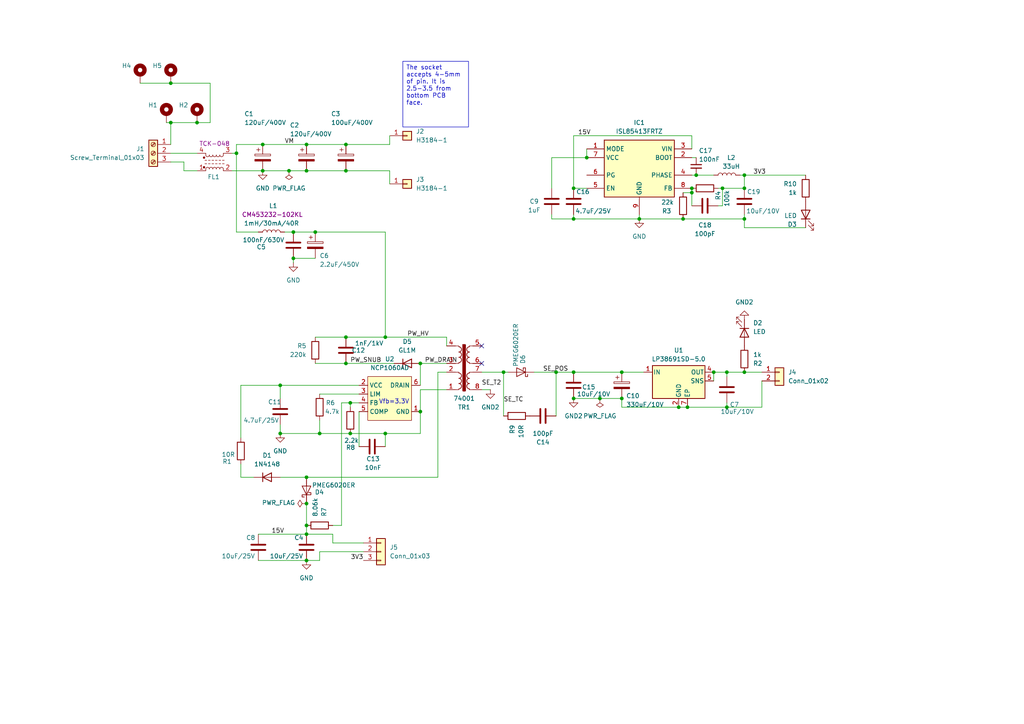
<source format=kicad_sch>
(kicad_sch (version 20231120) (generator "eeschema") (generator_version "8.0")
  (paper "A4")
  (title_block (date "2024-11-25") (rev "A"))
  (lib_symbols
    (symbol "Connector:Screw_Terminal_01x03" (pin_names (offset 1.016) hide)
      (property "Reference" "J" (at 0 5.08 0))
      (property "Value" "Screw_Terminal_01x03" (at 0 -5.08 0))
      (symbol "Screw_Terminal_01x03_1_1"
        (rectangle (start -1.27 3.81) (end 1.27 -3.81) (stroke (width 0.254)) (fill (type background)))
        (circle (center 0 -2.54) (radius 0.635) (stroke (width 0.1524)))
        (polyline (pts (xy -0.5334 -2.2098) (xy 0.3302 -3.048)) (stroke (width 0.1524)))
        (polyline (pts (xy -0.5334 0.3302) (xy 0.3302 -0.508)) (stroke (width 0.1524)))
        (polyline (pts (xy -0.5334 2.8702) (xy 0.3302 2.032)) (stroke (width 0.1524)))
        (polyline (pts (xy -0.3556 -2.032) (xy 0.508 -2.8702)) (stroke (width 0.1524)))
        (polyline (pts (xy -0.3556 0.508) (xy 0.508 -0.3302)) (stroke (width 0.1524)))
        (polyline (pts (xy -0.3556 3.048) (xy 0.508 2.2098)) (stroke (width 0.1524)))
        (circle (center 0 0) (radius 0.635) (stroke (width 0.1524)))
        (circle (center 0 2.54) (radius 0.635) (stroke (width 0.1524)))
        (pin passive line (at -5.08 2.54 0) (length 3.81) (name "Pin_1") (number "1"))
        (pin passive line (at -5.08 0 0) (length 3.81) (name "Pin_2") (number "2"))
        (pin passive line (at -5.08 -2.54 0) (length 3.81) (name "Pin_3") (number "3"))
      )
    )
    (symbol "Connector_Generic:Conn_01x01" (pin_names (offset 1.016) hide)
      (property "Reference" "J" (at 0 2.54 0))
      (property "Value" "Conn_01x01" (at 0 -2.54 0))
      (symbol "Conn_01x01_1_1"
        (rectangle (start -1.27 0.127) (end 0 -0.127) (stroke (width 0.1524)))
        (rectangle (start -1.27 1.27) (end 1.27 -1.27) (stroke (width 0.254)) (fill (type background)))
        (pin passive line (at -5.08 0 0) (length 3.81) (name "Pin_1") (number "1"))
      )
    )
    (symbol "Connector_Generic:Conn_01x02" (pin_names (offset 1.016) hide)
      (property "Reference" "J" (at 0 2.54 0))
      (property "Value" "Conn_01x02" (at 0 -5.08 0))
      (symbol "Conn_01x02_1_1"
        (rectangle (start -1.27 -2.413) (end 0 -2.667) (stroke (width 0.1524)))
        (rectangle (start -1.27 0.127) (end 0 -0.127) (stroke (width 0.1524)))
        (rectangle (start -1.27 1.27) (end 1.27 -3.81) (stroke (width 0.254)) (fill (type background)))
        (pin passive line (at -5.08 0 0) (length 3.81) (name "Pin_1") (number "1"))
        (pin passive line (at -5.08 -2.54 0) (length 3.81) (name "Pin_2") (number "2"))
      )
    )
    (symbol "Connector_Generic:Conn_01x03" (pin_names (offset 1.016) hide)
      (property "Reference" "J" (at 0 5.08 0))
      (property "Value" "Conn_01x03" (at 0 -5.08 0))
      (symbol "Conn_01x03_1_1"
        (rectangle (start -1.27 -2.413) (end 0 -2.667) (stroke (width 0.1524)))
        (rectangle (start -1.27 0.127) (end 0 -0.127) (stroke (width 0.1524)))
        (rectangle (start -1.27 2.667) (end 0 2.413) (stroke (width 0.1524)))
        (rectangle (start -1.27 3.81) (end 1.27 -3.81) (stroke (width 0.254)) (fill (type background)))
        (pin passive line (at -5.08 2.54 0) (length 3.81) (name "Pin_1") (number "1"))
        (pin passive line (at -5.08 0 0) (length 3.81) (name "Pin_2") (number "2"))
        (pin passive line (at -5.08 -2.54 0) (length 3.81) (name "Pin_3") (number "3"))
      )
    )
    (symbol "Device:C" (pin_numbers hide) (pin_names (offset 0.254))
      (property "Reference" "C" (at 0.635 2.54 0))
      (property "Value" "C" (at 0.635 -2.54 0))
      (symbol "C_0_1"
        (polyline (pts (xy -2.032 -0.762) (xy 2.032 -0.762)) (stroke (width 0.508)))
        (polyline (pts (xy -2.032 0.762) (xy 2.032 0.762)) (stroke (width 0.508)))
      )
      (symbol "C_1_1"
        (pin passive line (at 0 3.81 270) (length 2.794) (name "~") (number "1"))
        (pin passive line (at 0 -3.81 90) (length 2.794) (name "~") (number "2"))
      )
    )
    (symbol "Device:C_Polarized" (pin_numbers hide) (pin_names (offset 0.254))
      (property "Reference" "C" (at 0.635 2.54 0))
      (property "Value" "C_Polarized" (at 0.635 -2.54 0))
      (symbol "C_Polarized_0_1"
        (rectangle (start -2.286 0.508) (end 2.286 1.016))
        (polyline (pts (xy -1.778 2.286) (xy -0.762 2.286)))
        (polyline (pts (xy -1.27 2.794) (xy -1.27 1.778)))
        (rectangle (start 2.286 -0.508) (end -2.286 -1.016) (fill (type outline)))
      )
      (symbol "C_Polarized_1_1"
        (pin passive line (at 0 3.81 270) (length 2.794) (name "~") (number "1"))
        (pin passive line (at 0 -3.81 90) (length 2.794) (name "~") (number "2"))
      )
    )
    (symbol "Device:C_Small" (pin_numbers hide) (pin_names (offset 0.254) hide)
      (property "Reference" "C" (at 0.254 1.778 0))
      (property "Value" "C_Small" (at 0.254 -2.032 0))
      (symbol "C_Small_0_1"
        (polyline (pts (xy -1.524 -0.508) (xy 1.524 -0.508)) (stroke (width 0.3302)))
        (polyline (pts (xy -1.524 0.508) (xy 1.524 0.508)) (stroke (width 0.3048)))
      )
      (symbol "C_Small_1_1"
        (pin passive line (at 0 2.54 270) (length 2.032) (name "~") (number "1"))
        (pin passive line (at 0 -2.54 90) (length 2.032) (name "~") (number "2"))
      )
    )
    (symbol "Device:D" (pin_numbers hide) (pin_names (offset 1.016) hide)
      (property "Reference" "D" (at 0 2.54 0))
      (property "Value" "D" (at 0 -2.54 0))
      (symbol "D_0_1"
        (polyline (pts (xy -1.27 1.27) (xy -1.27 -1.27)) (stroke (width 0.254)))
        (polyline (pts (xy 1.27 0) (xy -1.27 0)))
        (polyline (pts (xy 1.27 1.27) (xy 1.27 -1.27) (xy -1.27 0) (xy 1.27 1.27)) (stroke (width 0.254)))
      )
      (symbol "D_1_1"
        (pin passive line (at -3.81 0 0) (length 2.54) (name "K") (number "1"))
        (pin passive line (at 3.81 0 180) (length 2.54) (name "A") (number "2"))
      )
    )
    (symbol "Device:L" (pin_numbers hide) (pin_names (offset 1.016) hide)
      (property "Reference" "L" (at -1.27 0 90))
      (property "Value" "L" (at 1.905 0 90))
      (symbol "L_0_1"
        (arc (start 0 -2.54) (mid 0.6323 -1.905) (end 0 -1.27))
        (arc (start 0 -1.27) (mid 0.6323 -0.635) (end 0 0))
        (arc (start 0 0) (mid 0.6323 0.635) (end 0 1.27))
        (arc (start 0 1.27) (mid 0.6323 1.905) (end 0 2.54))
      )
      (symbol "L_1_1"
        (pin passive line (at 0 3.81 270) (length 1.27) (name "1") (number "1"))
        (pin passive line (at 0 -3.81 90) (length 1.27) (name "2") (number "2"))
      )
    )
    (symbol "Device:LED" (pin_numbers hide) (pin_names (offset 1.016) hide)
      (property "Reference" "D" (at 0 2.54 0))
      (property "Value" "LED" (at 0 -2.54 0))
      (symbol "LED_0_1"
        (polyline (pts (xy -1.27 -1.27) (xy -1.27 1.27)) (stroke (width 0.254)))
        (polyline (pts (xy -1.27 0) (xy 1.27 0)))
        (polyline (pts (xy 1.27 -1.27) (xy 1.27 1.27) (xy -1.27 0) (xy 1.27 -1.27)) (stroke (width 0.254)))
        (polyline (pts (xy -3.048 -0.762) (xy -4.572 -2.286) (xy -3.81 -2.286) (xy -4.572 -2.286) (xy -4.572 -1.524)))
        (polyline (pts (xy -1.778 -0.762) (xy -3.302 -2.286) (xy -2.54 -2.286) (xy -3.302 -2.286) (xy -3.302 -1.524)))
      )
      (symbol "LED_1_1"
        (pin passive line (at -3.81 0 0) (length 2.54) (name "K") (number "1"))
        (pin passive line (at 3.81 0 180) (length 2.54) (name "A") (number "2"))
      )
    )
    (symbol "Device:L_Ferrite_Coupled_1243" (pin_names (offset 0.254) hide)
      (property "Reference" "L" (at 0 4.445 0))
      (property "Value" "L_Ferrite_Coupled_1243" (at 0 -4.445 0))
      (symbol "L_Ferrite_Coupled_1243_0_1"
        (circle (center -3.048 -1.27) (radius 0.254) (fill (type outline)))
        (circle (center -3.048 1.524) (radius 0.254) (fill (type outline)))
        (arc (start -2.54 2.032) (mid -2.032 1.5262) (end -1.524 2.032))
        (arc (start -1.524 -2.032) (mid -2.032 -1.5262) (end -2.54 -2.032))
        (arc (start -1.524 2.032) (mid -1.016 1.5262) (end -0.508 2.032))
        (arc (start -0.508 -2.032) (mid -1.016 -1.5262) (end -1.524 -2.032))
        (arc (start -0.508 2.032) (mid 0 1.5262) (end 0.508 2.032))
        (polyline (pts (xy -2.794 -0.508) (xy -2.286 -0.508)))
        (polyline (pts (xy -2.794 0.508) (xy -2.286 0.508)))
        (polyline (pts (xy -2.54 -2.032) (xy -2.54 -2.54)))
        (polyline (pts (xy -2.54 2.032) (xy -2.54 2.54)))
        (polyline (pts (xy -1.778 -0.508) (xy -1.27 -0.508)))
        (polyline (pts (xy -1.778 0.508) (xy -1.27 0.508)))
        (polyline (pts (xy -0.762 -0.508) (xy -0.254 -0.508)))
        (polyline (pts (xy -0.762 0.508) (xy -0.254 0.508)))
        (polyline (pts (xy 0.254 -0.508) (xy 0.762 -0.508)))
        (polyline (pts (xy 0.254 0.508) (xy 0.762 0.508)))
        (polyline (pts (xy 1.27 -0.508) (xy 1.778 -0.508)))
        (polyline (pts (xy 1.27 0.508) (xy 1.778 0.508)))
        (polyline (pts (xy 2.286 -0.508) (xy 2.794 -0.508)))
        (polyline (pts (xy 2.286 0.508) (xy 2.794 0.508)))
        (polyline (pts (xy 2.54 -2.032) (xy 2.54 -2.54)))
        (polyline (pts (xy 2.54 2.54) (xy 2.54 2.032)))
        (arc (start 0.508 -2.032) (mid 0 -1.5262) (end -0.508 -2.032))
        (arc (start 0.508 2.032) (mid 1.016 1.5262) (end 1.524 2.032))
        (arc (start 1.524 -2.032) (mid 1.016 -1.5262) (end 0.508 -2.032))
        (arc (start 1.524 2.032) (mid 2.032 1.5262) (end 2.54 2.032))
        (arc (start 2.54 -2.032) (mid 2.032 -1.5262) (end 1.524 -2.032))
      )
      (symbol "L_Ferrite_Coupled_1243_1_1"
        (pin passive line (at -5.08 2.54 0) (length 2.54) (name "1") (number "1"))
        (pin passive line (at 5.08 2.54 180) (length 2.54) (name "2") (number "2"))
        (pin passive line (at 5.08 -2.54 180) (length 2.54) (name "3") (number "3"))
        (pin passive line (at -5.08 -2.54 0) (length 2.54) (name "4") (number "4"))
      )
    )
    (symbol "Device:R" (pin_numbers hide) (pin_names (offset 0))
      (property "Reference" "R" (at 2.032 0 90))
      (property "Value" "R" (at 0 0 90))
      (symbol "R_0_1"
        (rectangle (start -1.016 -2.54) (end 1.016 2.54) (stroke (width 0.254)))
      )
      (symbol "R_1_1"
        (pin passive line (at 0 3.81 270) (length 1.27) (name "~") (number "1"))
        (pin passive line (at 0 -3.81 90) (length 1.27) (name "~") (number "2"))
      )
    )
    (symbol "Diode:PMEG2010AEH" (pin_numbers hide) (pin_names hide)
      (property "Reference" "D" (at 0 2.54 0))
      (property "Value" "PMEG2010AEH" (at 0 -2.54 0))
      (symbol "PMEG2010AEH_0_1"
        (polyline (pts (xy 1.27 0) (xy -1.27 0)))
        (polyline (pts (xy 1.27 1.27) (xy 1.27 -1.27) (xy -1.27 0) (xy 1.27 1.27)) (stroke (width 0.2032)))
        (polyline (pts (xy -1.905 0.635) (xy -1.905 1.27) (xy -1.27 1.27) (xy -1.27 -1.27) (xy -0.635 -1.27) (xy -0.635 -0.635)) (stroke (width 0.2032)))
      )
      (symbol "PMEG2010AEH_1_1"
        (pin passive line (at -3.81 0 0) (length 2.54) (name "K") (number "1"))
        (pin passive line (at 3.81 0 180) (length 2.54) (name "A") (number "2"))
      )
    )
    (symbol "EAX:ISL85413FRTZ"
      (property "Reference" "IC" (at 26.67 7.62 0))
      (property "Value" "ISL85413FRTZ" (at 26.67 5.08 0))
      (symbol "ISL85413FRTZ_1_1"
        (rectangle (start 5.08 2.54) (end 25.4 -13.97) (stroke (width 0.254)) (fill (type background)))
        (pin input line (at 0 0 0) (length 5.08) (name "MODE") (number "1"))
        (pin passive line (at 30.48 -2.54 180) (length 5.08) (name "BOOT") (number "2"))
        (pin power_in line (at 30.48 0 180) (length 5.08) (name "VIN") (number "3"))
        (pin passive line (at 30.48 -7.62 180) (length 5.08) (name "PHASE") (number "4"))
        (pin input line (at 0 -11.43 0) (length 5.08) (name "EN") (number "5"))
        (pin output line (at 0 -7.62 0) (length 5.08) (name "PG") (number "6"))
        (pin passive line (at 0 -2.54 0) (length 5.08) (name "VCC") (number "7"))
        (pin input line (at 30.48 -11.43 180) (length 5.08) (name "FB") (number "8"))
        (pin power_in line (at 15.24 -19.05 90) (length 5.08) (name "GND") (number "9"))
      )
    )
    (symbol "EAX:NCP1060AD"
      (property "Reference" "U" (at -5.588 8.382 0))
      (property "Value" "NCP1060AD" (at -0.508 6.35 0))
      (symbol "NCP1060AD_1_1"
        (rectangle (start -6.35 5.08) (end 6.35 -7.62) (fill (type background)))
        (pin power_in line (at 8.89 -5.08 180) (length 2.54) (name "GND") (number "1"))
        (pin output line (at 8.89 2.54 180) (length 2.54) hide (name "DRAIN") (number "10"))
        (pin passive line (at -8.89 2.54 0) (length 2.54) (name "VCC") (number "2"))
        (pin passive line (at -8.89 0 0) (length 2.54) (name "LIM") (number "3"))
        (pin passive line (at -8.89 -2.54 0) (length 2.54) (name "FB") (number "4"))
        (pin passive line (at -8.89 -5.08 0) (length 2.54) (name "COMP") (number "5"))
        (pin output line (at 8.89 2.54 180) (length 2.54) (name "DRAIN") (number "6"))
        (pin output line (at 8.89 2.54 180) (length 2.54) hide (name "DRAIN") (number "7"))
        (pin output line (at 8.89 2.54 180) (length 2.54) hide (name "DRAIN") (number "8"))
        (pin output line (at 8.89 2.54 180) (length 2.54) hide (name "DRAIN") (number "9"))
      )
    )
    (symbol "Mechanical:MountingHole_Pad" (pin_numbers hide) (pin_names (offset 1.016) hide) (exclude_from_sim yes) (in_bom no)
      (property "Reference" "H" (at 0 6.35 0))
      (property "Value" "MountingHole_Pad" (at 0 4.445 0))
      (symbol "MountingHole_Pad_0_1"
        (circle (center 0 1.27) (radius 1.27) (stroke (width 1.27)))
      )
      (symbol "MountingHole_Pad_1_1"
        (pin input line (at 0 -2.54 90) (length 2.54) (name "1") (number "1"))
      )
    )
    (symbol "Regulator_Linear:LP38691SD-5.0" (pin_names (offset 0.254))
      (property "Reference" "U" (at -6.35 5.715 0))
      (property "Value" "LP38691SD-5.0" (at 0 5.715 0))
      (symbol "LP38691SD-5.0_0_1"
        (rectangle (start -7.62 -5.08) (end 7.62 4.445) (stroke (width 0.254)) (fill (type background)))
      )
      (symbol "LP38691SD-5.0_1_1"
        (pin power_in line (at -10.16 2.54 0) (length 2.54) (name "IN") (number "1"))
        (pin power_in line (at 0 -7.62 90) (length 2.54) (name "GND") (number "2"))
        (pin no_connect line (at -7.62 0 0) (length 2.54) hide (name "NC") (number "3"))
        (pin power_out line (at 10.16 2.54 180) (length 2.54) (name "OUT") (number "4"))
        (pin input line (at 10.16 0 180) (length 2.54) (name "SNS") (number "5"))
        (pin passive line (at -10.16 2.54 0) (length 2.54) hide (name "IN") (number "6"))
        (pin passive line (at 2.54 -7.62 90) (length 2.54) (name "EP") (number "7"))
      )
    )
    (symbol "TRANSF6_1" (pin_names (offset 0))
      (property "Reference" "TR2" (at 0 12.7 0))
      (property "Value" "TRANSF6" (at 0 10.16 0))
      (symbol "TRANSF6_1_0_1"
        (arc (start -1.524 -4.826) (mid -0.7653 -4.064) (end -1.524 -3.302) (stroke (width 0.2032)))
        (arc (start -1.524 -3.302) (mid -0.7653 -2.54) (end -1.524 -1.778) (stroke (width 0.2032)))
        (arc (start -1.524 -1.778) (mid -0.7653 -1.016) (end -1.524 -0.254) (stroke (width 0.2032)))
        (arc (start -1.524 2.794) (mid -0.7653 3.556) (end -1.524 4.318) (stroke (width 0.2032)))
        (arc (start -1.524 4.318) (mid -0.7653 5.08) (end -1.524 5.842) (stroke (width 0.2032)))
        (arc (start -1.524 5.842) (mid -0.7653 6.604) (end -1.524 7.366) (stroke (width 0.2032)))
        (rectangle (start -0.254 7.874) (end 0.254 -5.334) (stroke (width 0.508)) (fill (type outline)))
        (polyline (pts (xy 1.524 -4.826) (xy 1.524 -5.08) (xy 1.524 -5.08)) (fill (type outline)))
        (polyline (pts (xy 1.524 0) (xy 1.524 -0.254) (xy 1.524 -0.254)) (fill (type outline)))
        (polyline (pts (xy 1.524 0) (xy 2.54 0) (xy 2.54 0)))
        (polyline (pts (xy 1.524 2.54) (xy 1.524 2.794) (xy 1.524 2.794)) (fill (type outline)))
        (polyline (pts (xy 1.524 2.54) (xy 2.54 2.54) (xy 2.54 2.54)))
        (polyline (pts (xy 1.524 7.62) (xy 1.524 7.366) (xy 1.524 7.366)) (fill (type outline)))
        (polyline (pts (xy 1.524 7.62) (xy 2.54 7.62) (xy 2.54 7.62)))
        (polyline (pts (xy 2.54 -5.08) (xy 1.524 -5.08) (xy 1.524 -5.08)))
        (polyline (pts (xy -1.524 -4.826) (xy -1.524 -5.08) (xy -2.54 -5.08) (xy -2.54 -5.08)))
        (polyline (pts (xy -1.524 -0.254) (xy -1.524 0) (xy -2.54 0) (xy -2.54 0)))
        (polyline (pts (xy -1.524 2.794) (xy -1.524 2.54) (xy -2.54 2.54) (xy -2.54 2.54)))
        (polyline (pts (xy -1.524 7.366) (xy -1.524 7.62) (xy -2.54 7.62) (xy -2.54 7.62)))
        (arc (start 1.524 -3.302) (mid 0.7653 -4.064) (end 1.524 -4.826) (stroke (width 0.2032)))
        (arc (start 1.524 -1.778) (mid 0.7653 -2.54) (end 1.524 -3.302) (stroke (width 0.2032)))
        (arc (start 1.524 -0.254) (mid 0.7653 -1.016) (end 1.524 -1.778) (stroke (width 0.2032)))
        (arc (start 1.524 4.318) (mid 0.7653 3.556) (end 1.524 2.794) (stroke (width 0.2032)))
        (arc (start 1.524 5.842) (mid 0.7653 5.08) (end 1.524 4.318) (stroke (width 0.2032)))
        (arc (start 1.524 7.366) (mid 0.7653 6.604) (end 1.524 5.842) (stroke (width 0.2032)))
      )
      (symbol "TRANSF6_1_1_1"
        (pin passive line (at -5.08 7.62 0) (length 2.54) (name "~") (number "1"))
        (pin passive line (at -5.08 2.54 0) (length 2.54) (name "~") (number "2"))
        (pin passive line (at -5.08 0 0) (length 2.54) (name "~") (number "3"))
        (pin passive line (at -5.08 -5.08 0) (length 2.54) (name "~") (number "4"))
        (pin passive line (at 5.08 -5.08 180) (length 2.54) (name "~") (number "5"))
        (pin passive line (at 5.08 0 180) (length 2.54) (name "~") (number "6"))
        (pin passive line (at 5.08 2.54 180) (length 2.54) (name "~") (number "7"))
        (pin passive line (at 5.08 7.62 180) (length 2.54) (name "~") (number "8"))
      )
    )
    (symbol "power:GND" (power) (pin_numbers hide) (pin_names (offset 0) hide)
      (property "Value" "GND" (at 0 -3.81 0))
      (symbol "GND_0_1"
        (polyline (pts (xy 0 0) (xy 0 -1.27) (xy 1.27 -1.27) (xy 0 -2.54) (xy -1.27 -1.27) (xy 0 -1.27)))
      )
      (symbol "GND_1_1"
        (pin power_in line (at 0 0 270) (length 0) (name "~") (number "1"))
      )
    )
    (symbol "power:GND2" (power) (pin_numbers hide) (pin_names (offset 0) hide)
      (property "Value" "GND2" (at 0 -3.81 0))
      (symbol "GND2_0_1"
        (polyline (pts (xy 0 0) (xy 0 -1.27) (xy 1.27 -1.27) (xy 0 -2.54) (xy -1.27 -1.27) (xy 0 -1.27)))
      )
      (symbol "GND2_1_1"
        (pin power_in line (at 0 0 270) (length 0) (name "~") (number "1"))
      )
    )
    (symbol "power:PWR_FLAG" (power) (pin_numbers hide) (pin_names (offset 0) hide)
      (property "Value" "PWR_FLAG" (at 0 3.81 0))
      (symbol "PWR_FLAG_0_0"
        (pin power_out line (at 0 0 90) (length 0) (name "~") (number "1"))
      )
      (symbol "PWR_FLAG_0_1"
        (polyline (pts (xy 0 0) (xy 0 1.27) (xy -1.016 1.905) (xy 0 2.54) (xy 1.016 1.905) (xy 0 1.27)))
      )
    )
  )
  (junction (at 215.9 63.5))
  (junction (at 88.9 41.91))
  (junction (at 88.9 146.05))
  (junction (at 91.44 67.31))
  (junction (at 88.9 138.43))
  (junction (at 173.99 115.57))
  (junction (at 180.34 115.57))
  (junction (at 200.66 54.61))
  (junction (at 199.39 118.11))
  (junction (at 166.37 54.61))
  (junction (at 201.93 50.8))
  (junction (at 49.53 35.56))
  (junction (at 100.33 105.41))
  (junction (at 166.37 107.95))
  (junction (at 100.33 41.91))
  (junction (at 88.9 162.56))
  (junction (at 81.28 111.76))
  (junction (at 185.42 63.5))
  (junction (at 180.34 107.95))
  (junction (at 210.82 118.11))
  (junction (at 85.09 67.31))
  (junction (at 210.82 107.95))
  (junction (at 88.9 154.94))
  (junction (at 215.9 107.95))
  (junction (at 101.6 116.84))
  (junction (at 76.2 49.53))
  (junction (at 92.71 125.73))
  (junction (at 121.92 119.38))
  (junction (at 68.58 44.45))
  (junction (at 100.33 97.79))
  (junction (at 200.66 55.88))
  (junction (at 85.09 74.93))
  (junction (at 170.18 45.72))
  (junction (at 83.82 49.53))
  (junction (at 146.05 107.95))
  (junction (at 161.29 107.95))
  (junction (at 88.9 49.53))
  (junction (at 81.28 125.73))
  (junction (at 88.9 152.4))
  (junction (at 111.76 125.73))
  (junction (at 111.76 97.79))
  (junction (at 215.9 50.8))
  (junction (at 121.92 105.41))
  (junction (at 166.37 63.5))
  (junction (at 207.01 107.95))
  (junction (at 57.15 35.56))
  (junction (at 196.85 118.11))
  (junction (at 215.9 54.61))
  (junction (at 101.6 125.73))
  (junction (at 49.53 24.13))
  (junction (at 100.33 49.53))
  (junction (at 209.55 54.61))
  (junction (at 166.37 115.57))
  (junction (at 76.2 41.91))
  (junction (at 198.12 63.5))
  (no_connect (at 139.7 100.33))
  (no_connect (at 139.7 105.41))
  (wire (pts (xy 121.92 105.41) (xy 129.54 105.41)))
  (wire (pts (xy 49.53 46.99) (xy 53.34 46.99)))
  (wire (pts (xy 160.02 45.72) (xy 170.18 45.72)))
  (wire (pts (xy 173.99 115.57) (xy 180.34 115.57)))
  (wire (pts (xy 215.9 63.5) (xy 198.12 63.5)))
  (wire (pts (xy 81.28 111.76) (xy 81.28 115.57)))
  (wire (pts (xy 74.93 67.31) (xy 68.58 67.31)))
  (wire (pts (xy 207.01 107.95) (xy 207.01 110.49)))
  (wire (pts (xy 67.31 49.53) (xy 76.2 49.53)))
  (wire (pts (xy 104.14 119.38) (xy 104.14 129.54)))
  (wire (pts (xy 208.28 54.61) (xy 209.55 54.61)))
  (wire (pts (xy 199.39 118.11) (xy 210.82 118.11)))
  (wire (pts (xy 92.71 125.73) (xy 92.71 121.92)))
  (wire (pts (xy 113.03 49.53) (xy 113.03 53.34)))
  (wire (pts (xy 105.41 160.02) (xy 92.71 160.02)))
  (wire (pts (xy 74.93 154.94) (xy 88.9 154.94)))
  (wire (pts (xy 88.9 41.91) (xy 100.33 41.91)))
  (wire (pts (xy 198.12 55.88) (xy 200.66 55.88)))
  (wire (pts (xy 154.94 107.95) (xy 161.29 107.95)))
  (wire (pts (xy 210.82 107.95) (xy 210.82 109.22)))
  (wire (pts (xy 200.66 54.61) (xy 200.66 55.88)))
  (wire (pts (xy 100.33 105.41) (xy 114.3 105.41)))
  (wire (pts (xy 111.76 67.31) (xy 111.76 97.79)))
  (wire (pts (xy 139.7 113.03) (xy 142.24 113.03)))
  (wire (pts (xy 53.34 49.53) (xy 57.15 49.53)))
  (wire (pts (xy 121.92 113.03) (xy 121.92 119.38)))
  (wire (pts (xy 92.71 162.56) (xy 88.9 162.56)))
  (wire (pts (xy 111.76 125.73) (xy 111.76 129.54)))
  (wire (pts (xy 170.18 43.18) (xy 170.18 45.72)))
  (wire (pts (xy 100.33 97.79) (xy 111.76 97.79)))
  (wire (pts (xy 101.6 125.73) (xy 111.76 125.73)))
  (wire (pts (xy 121.92 105.41) (xy 121.92 111.76)))
  (wire (pts (xy 113.03 49.53) (xy 100.33 49.53)))
  (wire (pts (xy 68.58 44.45) (xy 68.58 41.91)))
  (wire (pts (xy 96.52 157.48) (xy 96.52 154.94)))
  (wire (pts (xy 69.85 127) (xy 69.85 111.76)))
  (wire (pts (xy 81.28 125.73) (xy 81.28 123.19)))
  (wire (pts (xy 215.9 107.95) (xy 220.98 107.95)))
  (wire (pts (xy 67.31 44.45) (xy 68.58 44.45)))
  (wire (pts (xy 105.41 157.48) (xy 96.52 157.48)))
  (wire (pts (xy 74.93 162.56) (xy 88.9 162.56)))
  (wire (pts (xy 53.34 46.99) (xy 53.34 49.53)))
  (wire (pts (xy 81.28 138.43) (xy 88.9 138.43)))
  (wire (pts (xy 166.37 62.23) (xy 166.37 63.5)))
  (wire (pts (xy 196.85 118.11) (xy 199.39 118.11)))
  (wire (pts (xy 85.09 74.93) (xy 85.09 76.2)))
  (wire (pts (xy 127 107.95) (xy 129.54 107.95)))
  (wire (pts (xy 160.02 54.61) (xy 160.02 45.72)))
  (wire (pts (xy 101.6 116.84) (xy 101.6 118.11)))
  (wire (pts (xy 68.58 67.31) (xy 68.58 44.45)))
  (wire (pts (xy 76.2 49.53) (xy 83.82 49.53)))
  (wire (pts (xy 180.34 118.11) (xy 180.34 115.57)))
  (wire (pts (xy 49.53 44.45) (xy 57.15 44.45)))
  (wire (pts (xy 215.9 50.8) (xy 233.68 50.8)))
  (wire (pts (xy 99.06 152.4) (xy 96.52 152.4)))
  (wire (pts (xy 215.9 62.23) (xy 215.9 63.5)))
  (wire (pts (xy 209.55 59.69) (xy 209.55 54.61)))
  (wire (pts (xy 91.44 97.79) (xy 100.33 97.79)))
  (wire (pts (xy 111.76 67.31) (xy 91.44 67.31)))
  (wire (pts (xy 180.34 107.95) (xy 186.69 107.95)))
  (wire (pts (xy 185.42 63.5) (xy 185.42 62.23)))
  (wire (pts (xy 166.37 107.95) (xy 180.34 107.95)))
  (wire (pts (xy 83.82 49.53) (xy 88.9 49.53)))
  (wire (pts (xy 215.9 50.8) (xy 215.9 54.61)))
  (wire (pts (xy 166.37 63.5) (xy 185.42 63.5)))
  (wire (pts (xy 100.33 41.91) (xy 113.03 41.91)))
  (wire (pts (xy 220.98 118.11) (xy 210.82 118.11)))
  (wire (pts (xy 76.2 41.91) (xy 88.9 41.91)))
  (wire (pts (xy 111.76 97.79) (xy 129.54 97.79)))
  (wire (pts (xy 81.28 125.73) (xy 92.71 125.73)))
  (wire (pts (xy 160.02 63.5) (xy 166.37 63.5)))
  (wire (pts (xy 96.52 154.94) (xy 88.9 154.94)))
  (wire (pts (xy 160.02 62.23) (xy 160.02 63.5)))
  (wire (pts (xy 99.06 116.84) (xy 99.06 152.4)))
  (wire (pts (xy 113.03 39.37) (xy 113.03 41.91)))
  (wire (pts (xy 91.44 74.93) (xy 85.09 74.93)))
  (wire (pts (xy 121.92 125.73) (xy 111.76 125.73)))
  (wire (pts (xy 146.05 107.95) (xy 147.32 107.95)))
  (wire (pts (xy 200.66 39.37) (xy 200.66 43.18)))
  (wire (pts (xy 60.96 24.13) (xy 60.96 35.56)))
  (wire (pts (xy 198.12 63.5) (xy 185.42 63.5)))
  (wire (pts (xy 200.66 45.72) (xy 201.93 45.72)))
  (wire (pts (xy 68.58 41.91) (xy 76.2 41.91)))
  (wire (pts (xy 129.54 97.79) (xy 129.54 100.33)))
  (wire (pts (xy 161.29 107.95) (xy 166.37 107.95)))
  (wire (pts (xy 210.82 107.95) (xy 215.9 107.95)))
  (wire (pts (xy 166.37 39.37) (xy 200.66 39.37)))
  (wire (pts (xy 85.09 67.31) (xy 91.44 67.31)))
  (wire (pts (xy 233.68 66.04) (xy 215.9 66.04)))
  (wire (pts (xy 88.9 138.43) (xy 127 138.43)))
  (wire (pts (xy 209.55 54.61) (xy 215.9 54.61)))
  (wire (pts (xy 99.06 116.84) (xy 101.6 116.84)))
  (wire (pts (xy 215.9 66.04) (xy 215.9 63.5)))
  (wire (pts (xy 101.6 116.84) (xy 104.14 116.84)))
  (wire (pts (xy 88.9 146.05) (xy 88.9 152.4)))
  (wire (pts (xy 49.53 35.56) (xy 48.26 35.56)))
  (wire (pts (xy 200.66 50.8) (xy 201.93 50.8)))
  (wire (pts (xy 210.82 116.84) (xy 210.82 118.11)))
  (wire (pts (xy 200.66 55.88) (xy 200.66 59.69)))
  (wire (pts (xy 40.64 24.13) (xy 49.53 24.13)))
  (wire (pts (xy 201.93 50.8) (xy 207.01 50.8)))
  (wire (pts (xy 127 107.95) (xy 127 138.43)))
  (wire (pts (xy 92.71 160.02) (xy 92.71 162.56)))
  (wire (pts (xy 139.7 107.95) (xy 146.05 107.95)))
  (wire (pts (xy 220.98 110.49) (xy 220.98 118.11)))
  (wire (pts (xy 214.63 50.8) (xy 215.9 50.8)))
  (wire (pts (xy 57.15 35.56) (xy 60.96 35.56)))
  (wire (pts (xy 146.05 107.95) (xy 146.05 120.65)))
  (wire (pts (xy 49.53 35.56) (xy 49.53 41.91)))
  (wire (pts (xy 208.28 59.69) (xy 209.55 59.69)))
  (wire (pts (xy 88.9 49.53) (xy 100.33 49.53)))
  (wire (pts (xy 49.53 24.13) (xy 60.96 24.13)))
  (wire (pts (xy 88.9 152.4) (xy 88.9 154.94)))
  (wire (pts (xy 104.14 111.76) (xy 81.28 111.76)))
  (wire (pts (xy 207.01 107.95) (xy 210.82 107.95)))
  (wire (pts (xy 69.85 138.43) (xy 69.85 134.62)))
  (wire (pts (xy 121.92 119.38) (xy 121.92 125.73)))
  (wire (pts (xy 166.37 115.57) (xy 173.99 115.57)))
  (wire (pts (xy 92.71 125.73) (xy 101.6 125.73)))
  (wire (pts (xy 92.71 114.3) (xy 104.14 114.3)))
  (wire (pts (xy 170.18 54.61) (xy 166.37 54.61)))
  (wire (pts (xy 166.37 54.61) (xy 166.37 39.37)))
  (wire (pts (xy 91.44 105.41) (xy 100.33 105.41)))
  (wire (pts (xy 161.29 107.95) (xy 161.29 120.65)))
  (wire (pts (xy 82.55 67.31) (xy 85.09 67.31)))
  (wire (pts (xy 57.15 35.56) (xy 49.53 35.56)))
  (wire (pts (xy 129.54 113.03) (xy 121.92 113.03)))
  (wire (pts (xy 73.66 138.43) (xy 69.85 138.43)))
  (wire (pts (xy 180.34 118.11) (xy 196.85 118.11)))
  (wire (pts (xy 69.85 111.76) (xy 81.28 111.76)))
  (text_box "The socket accepts 4-5mm of pin. It is 2.5-3.5 from\nbottom PCB face." (at 116.84 17.78 0) (size 19.05 19.05) (effects (font (size 1.27 1.27)) (justify left top)))
  (text "Vfb=3.3V" (at 114.3 116.586 0) (effects (font (size 1.27 1.27))))
  (label "PW_DRAIN" (at 123.19 105.41 0))
  (label "SE_T2" (at 139.7 110.49 0))
  (label "PW_HV" (at 118.11 97.79 0))
  (label "SE_POS" (at 157.48 107.95 0))
  (label "15V" (at 78.74 154.94 0))
  (label "SE_TC" (at 146.05 116.84 0))
  (label "3V3" (at 218.44 50.8 0))
  (label "PW_SNUB" (at 101.6 105.41 0))
  (label "VM" (at 82.55 41.91 0))
  (label "3V3" (at 105.41 162.56 180))
  (label "15V" (at 167.64 39.37 0))
  (symbol (lib_id "Device:LED") (at 215.9 96.52 270) (unit 1)
    (property "Reference" "D2" (at 218.44 93.6624 90) (effects (justify left)))
    (property "Value" "LED" (at 218.44 96.2024 90) (effects (justify left)))
    (property "Footprint" "LED_SMD:LED_0603_1608Metric" (effects (hide yes)))
    (property "Description" "Light emitting diode" (effects (hide yes)))
  )
  (symbol (lib_id "Connector_Generic:Conn_01x03") (at 110.49 160.02 0) (unit 1)
    (property "Reference" "J5" (at 113.03 158.7499 0) (effects (justify left)))
    (property "Value" "Conn_01x03" (at 113.03 161.2899 0) (effects (justify left)))
    (property "Footprint" "Connector_PinHeader_2.54mm:PinHeader_1x03_P2.54mm_Vertical" (effects (hide yes)))
    (property "Description" "Generic connector, single row, 01x03, script generated (kicad-library-utils/schlib/autogen/connector/)" (effects (hide yes)))
  )
  (symbol (lib_id "Device:C_Small") (at 201.93 48.26 0) (unit 1)
    (property "Reference" "C17" (at 202.692 43.688 0) (effects (justify left)))
    (property "Value" "100nF" (at 202.692 46.228 0) (effects (justify left)))
    (property "Footprint" "Capacitor_SMD:C_0603_1608Metric" (effects (hide yes)))
    (property "Description" "Unpolarized capacitor, small symbol" (effects (hide yes)))
  )
  (symbol (lib_id "Mechanical:MountingHole_Pad") (at 40.64 21.59 0) (mirror y) (unit 1) (exclude_from_sim yes) (in_bom no)
    (property "Reference" "H4" (at 38.1 19.0499 0) (effects (justify left)))
    (property "Value" "MountingHole_Pad" (effects (hide yes)))
    (property "Footprint" "MountingHole:MountingHole_3.2mm_M3_DIN965_Pad_TopBottom" (effects (hide yes)))
    (property "Description" "Mounting Hole with connection" (effects (hide yes)))
  )
  (symbol (lib_id "Device:R") (at 101.6 121.92 0) (unit 1)
    (property "Reference" "R8" (at 100.33 129.794 0) (effects (justify left)))
    (property "Value" "2.2k" (at 99.822 127.762 0) (effects (justify left)))
    (property "Footprint" "Resistor_SMD:R_0603_1608Metric_Pad0.98x0.95mm_HandSolder" (effects (hide yes)))
    (property "Description" "Resistor" (effects (hide yes)))
  )
  (symbol (lib_id "Device:R") (at 91.44 101.6 0) (mirror y) (unit 1)
    (property "Reference" "R5" (at 88.9 100.3299 0) (effects (justify left)))
    (property "Value" "220k" (at 88.9 102.8699 0) (effects (justify left)))
    (property "Footprint" "Resistor_SMD:R_1206_3216Metric_Pad1.30x1.75mm_HandSolder" (effects (hide yes)))
    (property "Description" "Resistor" (effects (hide yes)))
  )
  (symbol (lib_id "Device:C") (at 166.37 111.76 0) (mirror y) (unit 1)
    (property "Reference" "C15" (at 172.72 112.268 0) (effects (justify left)))
    (property "Value" "10uF/10V" (at 177.038 114.3 0) (effects (justify left)))
    (property "Footprint" "Capacitor_SMD:C_0805_2012Metric_Pad1.18x1.45mm_HandSolder" (effects (hide yes)))
    (property "Description" "Unpolarized capacitor" (effects (hide yes)))
  )
  (symbol (lib_id "Device:L") (at 78.74 67.31 90) (unit 1)
    (property "Reference" "L1" (at 79.248 59.69 90))
    (property "Value" "1mH/30mA/40R" (at 78.74 64.77 90))
    (property "Footprint" "Inductor_SMD:L_1812_4532Metric_Pad1.30x3.40mm_HandSolder" (effects (hide yes)))
    (property "Description" "Inductor" (effects (hide yes)))
    (property "Partno" "CM453232-102KL" (at 78.994 62.23 90))
  )
  (symbol (lib_id "Device:R") (at 69.85 130.81 0) (unit 1)
    (property "Reference" "R1" (at 64.516 133.858 0) (effects (justify left)))
    (property "Value" "10R" (at 64.262 131.826 0) (effects (justify left)))
    (property "Footprint" "Resistor_SMD:R_0603_1608Metric_Pad0.98x0.95mm_HandSolder" (effects (hide yes)))
    (property "Description" "Resistor" (effects (hide yes)))
  )
  (symbol (lib_id "Device:C") (at 166.37 58.42 0) (unit 1)
    (property "Reference" "C16" (at 167.132 55.626 0) (effects (justify left)))
    (property "Value" "4.7uF/25V" (at 166.878 61.214 0) (effects (justify left)))
    (property "Footprint" "Capacitor_SMD:C_0805_2012Metric_Pad1.18x1.45mm_HandSolder" (effects (hide yes)))
    (property "Description" "Unpolarized capacitor" (effects (hide yes)))
  )
  (symbol (lib_id "Connector_Generic:Conn_01x02") (at 226.06 107.95 0) (unit 1)
    (property "Reference" "J4" (at 228.6 107.9499 0) (effects (justify left)))
    (property "Value" "Conn_01x02" (at 228.6 110.4899 0) (effects (justify left)))
    (property "Footprint" "Connector_PinHeader_2.54mm:PinHeader_1x02_P2.54mm_Vertical" (effects (hide yes)))
    (property "Description" "Generic connector, single row, 01x02, script generated (kicad-library-utils/schlib/autogen/connector/)" (effects (hide yes)))
  )
  (symbol (lib_id "Device:C") (at 215.9 58.42 0) (unit 1)
    (property "Reference" "C19" (at 216.662 55.626 0) (effects (justify left)))
    (property "Value" "10uF/10V" (at 216.408 61.214 0) (effects (justify left)))
    (property "Footprint" "Capacitor_SMD:C_0805_2012Metric_Pad1.18x1.45mm_HandSolder" (effects (hide yes)))
    (property "Description" "Unpolarized capacitor" (effects (hide yes)))
  )
  (symbol (lib_name "TRANSF6_1") (lib_id "Transformer:TRANSF6") (at 134.62 105.41 0) (mirror x) (unit 1)
    (property "Reference" "TR1" (at 134.62 118.11 0))
    (property "Value" "74001" (at 134.62 115.57 0))
    (property "Footprint" "EAX:Myrra_74000" (effects (hide yes)))
  )
  (symbol (lib_id "Device:C") (at 74.93 158.75 0) (unit 1)
    (property "Reference" "C8" (at 71.374 155.956 0) (effects (justify left)))
    (property "Value" "10uF/25V" (at 64.262 161.29 0) (effects (justify left)))
    (property "Footprint" "Capacitor_SMD:C_1206_3216Metric" (effects (hide yes)))
    (property "Description" "Unpolarized capacitor" (effects (hide yes)))
  )
  (symbol (lib_id "power:GND") (at 81.28 125.73 0) (unit 1)
    (property "Reference" "#PWR05" (effects (hide yes)))
    (property "Value" "GND" (at 81.28 130.81 0))
    (property "Description" "Power symbol creates a global label with name \"GND\" , ground" (effects (hide yes)))
  )
  (symbol (lib_id "Diode:PMEG2010AEH") (at 88.9 142.24 90) (unit 1)
    (property "Reference" "D4" (at 92.6465 142.748 90))
    (property "Value" "PMEG6020ER" (at 96.774 140.716 90))
    (property "Footprint" "Diode_SMD:D_SOD-123F" (effects (hide yes)))
    (property "Datasheet" "https://assets.nexperia.com/documents/data-sheet/PMEG2010AEH_PMEG2010AET.pdf" (effects (hide yes)))
    (property "Description" "20V, 1A very low Vf MEGA Schottky barrier rectifier, SOD-123F" (effects (hide yes)))
  )
  (symbol (lib_id "Device:D") (at 77.47 138.43 0) (unit 1)
    (property "Reference" "D1" (at 77.47 132.08 0))
    (property "Value" "1N4148" (at 77.47 134.62 0))
    (property "Footprint" "Diode_SMD:D_MiniMELF" (effects (hide yes)))
    (property "Description" "Diode" (effects (hide yes)))
    (property "Sim.Device" "D" (effects (hide yes)))
    (property "Sim.Pins" "1=K 2=A" (effects (hide yes)))
  )
  (symbol (lib_id "Device:LED") (at 233.68 62.23 90) (unit 1)
    (property "Reference" "D3" (at 231.14 65.0876 90) (effects (justify left)))
    (property "Value" "LED" (at 231.14 62.5476 90) (effects (justify left)))
    (property "Footprint" "LED_SMD:LED_0603_1608Metric" (effects (hide yes)))
    (property "Description" "Light emitting diode" (effects (hide yes)))
  )
  (symbol (lib_id "Device:R") (at 204.47 54.61 90) (mirror x) (unit 1)
    (property "Reference" "R4" (at 208.28 55.372 0) (effects (justify left)))
    (property "Value" "100k" (at 210.82 55.118 0) (effects (justify left)))
    (property "Footprint" "Resistor_SMD:R_0603_1608Metric_Pad0.98x0.95mm_HandSolder" (effects (hide yes)))
    (property "Description" "Resistor" (effects (hide yes)))
  )
  (symbol (lib_id "Device:C") (at 85.09 71.12 0) (unit 1)
    (property "Reference" "C5" (at 74.422 71.628 0) (effects (justify left)))
    (property "Value" "100nF/630V" (at 70.358 69.596 0) (effects (justify left)))
    (property "Footprint" "Capacitor_SMD:C_1210_3225Metric" (effects (hide yes)))
    (property "Description" "Unpolarized capacitor" (effects (hide yes)))
  )
  (symbol (lib_id "Regulator_Linear:LP38691SD-5.0") (at 196.85 110.49 0) (unit 1)
    (property "Reference" "U1" (at 196.85 101.6 0))
    (property "Value" "LP38691SD-5.0" (at 196.85 104.14 0))
    (property "Footprint" "Package_SON:WSON-6-1EP_3x3mm_P0.95mm" (effects (hide yes)))
    (property "Datasheet" "https://www.ti.com/lit/ds/symlink/lp38691.pdf" (effects (hide yes)))
    (property "Description" "500-mA Low-Dropout CMOS Linear Regulators Stable With Ceramic Output Capacitors, 5.0V output voltage, WSON-6" (effects (hide yes)))
  )
  (symbol (lib_id "Device:C_Polarized") (at 91.44 71.12 0) (unit 1)
    (property "Reference" "C6" (at 92.71 74.168 0) (effects (justify left)))
    (property "Value" "2.2uF/450V" (at 92.71 76.708 0) (effects (justify left)))
    (property "Footprint" "Capacitor_THT:CP_Radial_D6.3mm_P2.50mm" (effects (hide yes)))
    (property "Description" "Polarized capacitor" (effects (hide yes)))
  )
  (symbol (lib_id "Device:L_Ferrite_Coupled_1243") (at 62.23 46.99 0) (mirror x) (unit 1)
    (property "Reference" "FL1" (at 61.976 51.308 0))
    (property "Value" "L_Ferrite_Coupled_1243" (effects (hide yes)))
    (property "Footprint" "EAX:Choke_common_12.0x12.0mm_P7.62" (effects (hide yes)))
    (property "Description" "Coupled inductor with ferrite core" (effects (hide yes)))
    (property "Partno" "TCK-048" (at 62.23 41.656 0))
  )
  (symbol (lib_id "Device:R") (at 215.9 104.14 0) (mirror x) (unit 1)
    (property "Reference" "R2" (at 218.44 105.4101 0) (effects (justify left)))
    (property "Value" "1k" (at 218.44 102.8701 0) (effects (justify left)))
    (property "Footprint" "Resistor_SMD:R_0603_1608Metric_Pad0.98x0.95mm_HandSolder" (effects (hide yes)))
    (property "Description" "Resistor" (effects (hide yes)))
  )
  (symbol (lib_id "Device:R") (at 233.68 54.61 0) (mirror y) (unit 1)
    (property "Reference" "R10" (at 231.14 53.3399 0) (effects (justify left)))
    (property "Value" "1k" (at 231.14 55.8799 0) (effects (justify left)))
    (property "Footprint" "Resistor_SMD:R_0603_1608Metric_Pad0.98x0.95mm_HandSolder" (effects (hide yes)))
    (property "Description" "Resistor" (effects (hide yes)))
  )
  (symbol (lib_id "power:GND") (at 85.09 76.2 0) (unit 1)
    (property "Reference" "#PWR02" (effects (hide yes)))
    (property "Value" "GND" (at 85.09 81.28 0))
    (property "Description" "Power symbol creates a global label with name \"GND\" , ground" (effects (hide yes)))
  )
  (symbol (lib_id "power:PWR_FLAG") (at 83.82 49.53 180) (unit 1)
    (property "Reference" "#FLG01" (effects (hide yes)))
    (property "Value" "PWR_FLAG" (at 83.82 54.61 0))
    (property "Description" "Special symbol for telling ERC where power comes from" (effects (hide yes)))
  )
  (symbol (lib_id "Device:C_Polarized") (at 76.2 45.72 0) (unit 1)
    (property "Reference" "C1" (at 70.866 33.02 0) (effects (justify left)))
    (property "Value" "120uF/400V" (at 70.866 35.56 0) (effects (justify left)))
    (property "Footprint" "Capacitor_THT:CP_Radial_D18.0mm_P7.50mm" (effects (hide yes)))
    (property "Description" "Polarized capacitor" (effects (hide yes)))
    (property "Partno" "400HXW120MEFR18X" (effects (hide yes)))
  )
  (symbol (lib_id "Device:R") (at 149.86 120.65 90) (mirror x) (unit 1)
    (property "Reference" "R9" (at 148.5899 123.19 0) (effects (justify left)))
    (property "Value" "10R" (at 151.1299 123.19 0) (effects (justify left)))
    (property "Footprint" "Resistor_SMD:R_0603_1608Metric_Pad0.98x0.95mm_HandSolder" (effects (hide yes)))
    (property "Description" "Resistor" (effects (hide yes)))
  )
  (symbol (lib_id "Device:R") (at 198.12 59.69 0) (mirror x) (unit 1)
    (property "Reference" "R3" (at 192.024 61.214 0) (effects (justify left)))
    (property "Value" "22k" (at 191.77 58.674 0) (effects (justify left)))
    (property "Footprint" "Resistor_SMD:R_0603_1608Metric_Pad0.98x0.95mm_HandSolder" (effects (hide yes)))
    (property "Description" "Resistor" (effects (hide yes)))
  )
  (symbol (lib_id "Device:D") (at 118.11 105.41 0) (unit 1)
    (property "Reference" "D5" (at 118.11 99.06 0))
    (property "Value" "GL1M" (at 118.11 101.6 0))
    (property "Footprint" "Diode_SMD:D_MiniMELF" (effects (hide yes)))
    (property "Description" "Diode" (effects (hide yes)))
    (property "Sim.Device" "D" (effects (hide yes)))
    (property "Sim.Pins" "1=K 2=A" (effects (hide yes)))
  )
  (symbol (lib_id "Device:C") (at 100.33 101.6 0) (mirror y) (unit 1)
    (property "Reference" "C12" (at 105.918 101.6 0) (effects (justify left)))
    (property "Value" "1nF/1kV" (at 111.252 99.568 0) (effects (justify left)))
    (property "Footprint" "Capacitor_SMD:C_1206_3216Metric_Pad1.33x1.80mm_HandSolder" (effects (hide yes)))
    (property "Description" "Unpolarized capacitor" (effects (hide yes)))
  )
  (symbol (lib_id "Device:C") (at 160.02 58.42 0) (mirror y) (unit 1)
    (property "Reference" "C9" (at 154.94 58.42 0))
    (property "Value" "1uF" (at 154.94 60.96 0))
    (property "Footprint" "Capacitor_SMD:C_0603_1608Metric_Pad1.08x0.95mm_HandSolder" (effects (hide yes)))
    (property "Description" "Unpolarized capacitor" (effects (hide yes)))
  )
  (symbol (lib_id "Mechanical:MountingHole_Pad") (at 49.53 21.59 0) (mirror y) (unit 1) (exclude_from_sim yes) (in_bom no)
    (property "Reference" "H5" (at 46.99 19.0499 0) (effects (justify left)))
    (property "Value" "MountingHole_Pad" (effects (hide yes)))
    (property "Footprint" "MountingHole:MountingHole_3.2mm_M3_DIN965_Pad_TopBottom" (effects (hide yes)))
    (property "Description" "Mounting Hole with connection" (effects (hide yes)))
  )
  (symbol (lib_id "Mechanical:MountingHole_Pad") (at 57.15 33.02 0) (mirror y) (unit 1) (exclude_from_sim yes) (in_bom no)
    (property "Reference" "H2" (at 54.61 30.4799 0) (effects (justify left)))
    (property "Value" "MountingHole_Pad" (effects (hide yes)))
    (property "Footprint" "MountingHole:MountingHole_3.2mm_M3_DIN965_Pad_TopBottom" (effects (hide yes)))
    (property "Description" "Mounting Hole with connection" (effects (hide yes)))
  )
  (symbol (lib_id "Connector_Generic:Conn_01x01") (at 118.11 39.37 0) (unit 1)
    (property "Reference" "J2" (at 120.65 38.0999 0) (effects (justify left)))
    (property "Value" "H3184-1" (at 120.65 40.6399 0) (effects (justify left)))
    (property "Footprint" "EAX:H318401" (effects (hide yes)))
    (property "Description" "Generic connector, single row, 01x01, script generated (kicad-library-utils/schlib/autogen/connector/)" (effects (hide yes)))
  )
  (symbol (lib_id "Device:C") (at 81.28 119.38 0) (unit 1)
    (property "Reference" "C11" (at 77.724 116.586 0) (effects (justify left)))
    (property "Value" "4.7uF/25V" (at 70.612 121.92 0) (effects (justify left)))
    (property "Footprint" "Capacitor_SMD:C_0805_2012Metric_Pad1.18x1.45mm_HandSolder" (effects (hide yes)))
    (property "Description" "Unpolarized capacitor" (effects (hide yes)))
  )
  (symbol (lib_id "Device:C") (at 157.48 120.65 90) (mirror x) (unit 1)
    (property "Reference" "C14" (at 157.48 128.27 90))
    (property "Value" "100pF" (at 157.48 125.73 90))
    (property "Footprint" "Capacitor_SMD:C_0603_1608Metric_Pad1.08x0.95mm_HandSolder" (effects (hide yes)))
    (property "Description" "Unpolarized capacitor" (effects (hide yes)))
  )
  (symbol (lib_id "power:GND") (at 185.42 63.5 0) (unit 1)
    (property "Reference" "#PWR09" (effects (hide yes)))
    (property "Value" "GND" (at 185.42 68.58 0))
    (property "Description" "Power symbol creates a global label with name \"GND\" , ground" (effects (hide yes)))
  )
  (symbol (lib_id "Device:C") (at 210.82 113.03 0) (mirror y) (unit 1)
    (property "Reference" "C7" (at 214.376 117.348 0) (effects (justify left)))
    (property "Value" "10uF/10V" (at 218.694 119.38 0) (effects (justify left)))
    (property "Footprint" "Capacitor_SMD:C_0805_2012Metric_Pad1.18x1.45mm_HandSolder" (effects (hide yes)))
    (property "Description" "Unpolarized capacitor" (effects (hide yes)))
  )
  (symbol (lib_id "power:GND") (at 88.9 162.56 0) (unit 1)
    (property "Reference" "#PWR06" (effects (hide yes)))
    (property "Value" "GND" (at 88.9 167.64 0))
    (property "Description" "Power symbol creates a global label with name \"GND\" , ground" (effects (hide yes)))
  )
  (symbol (lib_id "Device:C") (at 204.47 59.69 270) (unit 1)
    (property "Reference" "C18" (at 204.47 65.278 90))
    (property "Value" "100pF" (at 204.47 67.818 90))
    (property "Footprint" "Capacitor_SMD:C_0603_1608Metric_Pad1.08x0.95mm_HandSolder" (effects (hide yes)))
    (property "Description" "Unpolarized capacitor" (effects (hide yes)))
  )
  (symbol (lib_id "Device:C_Polarized") (at 180.34 111.76 0) (unit 1)
    (property "Reference" "C10" (at 181.61 114.808 0) (effects (justify left)))
    (property "Value" "330uF/10V" (at 181.61 117.348 0) (effects (justify left)))
    (property "Footprint" "Capacitor_THT:CP_Radial_D6.3mm_P2.50mm" (effects (hide yes)))
    (property "Description" "Polarized capacitor" (effects (hide yes)))
    (property "Partno" "APSE6R3EC3561MF08S" (effects (hide yes)))
  )
  (symbol (lib_id "Device:R") (at 92.71 152.4 270) (mirror x) (unit 1)
    (property "Reference" "R7" (at 93.9801 149.86 0) (effects (justify left)))
    (property "Value" "8.06k" (at 91.4401 149.86 0) (effects (justify left)))
    (property "Footprint" "Resistor_SMD:R_0603_1608Metric_Pad0.98x0.95mm_HandSolder" (effects (hide yes)))
    (property "Description" "Resistor" (effects (hide yes)))
  )
  (symbol (lib_id "power:GND2") (at 166.37 115.57 0) (unit 1)
    (property "Reference" "#PWR04" (effects (hide yes)))
    (property "Value" "GND2" (at 166.37 120.65 0))
    (property "Description" "Power symbol creates a global label with name \"GND2\" , ground" (effects (hide yes)))
  )
  (symbol (lib_id "power:PWR_FLAG") (at 173.99 115.57 0) (mirror x) (unit 1)
    (property "Reference" "#FLG05" (effects (hide yes)))
    (property "Value" "PWR_FLAG" (at 173.99 120.65 0))
    (property "Description" "Special symbol for telling ERC where power comes from" (effects (hide yes)))
  )
  (symbol (lib_id "power:GND") (at 76.2 49.53 0) (unit 1)
    (property "Reference" "#PWR01" (effects (hide yes)))
    (property "Value" "GND" (at 76.2 54.61 0))
    (property "Description" "Power symbol creates a global label with name \"GND\" , ground" (effects (hide yes)))
  )
  (symbol (lib_id "power:PWR_FLAG") (at 88.9 146.05 90) (mirror x) (unit 1)
    (property "Reference" "#FLG04" (effects (hide yes)))
    (property "Value" "PWR_FLAG" (at 80.772 145.796 90))
    (property "Description" "Special symbol for telling ERC where power comes from" (effects (hide yes)))
  )
  (symbol (lib_id "Device:C") (at 88.9 158.75 0) (unit 1)
    (property "Reference" "C4" (at 85.344 155.956 0) (effects (justify left)))
    (property "Value" "10uF/25V" (at 78.232 161.29 0) (effects (justify left)))
    (property "Footprint" "Capacitor_SMD:C_1206_3216Metric" (effects (hide yes)))
    (property "Description" "Unpolarized capacitor" (effects (hide yes)))
  )
  (symbol (lib_id "EAX:NCP1060AD") (at 113.03 114.3 0) (unit 1)
    (property "Reference" "U2" (at 113.03 104.14 0))
    (property "Value" "NCP1060AD" (at 113.03 106.68 0))
    (property "Footprint" "Package_SO:SSOP-10_3.9x4.9mm_P1.00mm" (effects (hide yes)))
  )
  (symbol (lib_id "Mechanical:MountingHole_Pad") (at 48.26 33.02 0) (mirror y) (unit 1) (exclude_from_sim yes) (in_bom no)
    (property "Reference" "H1" (at 45.72 30.4799 0) (effects (justify left)))
    (property "Value" "MountingHole_Pad" (effects (hide yes)))
    (property "Footprint" "MountingHole:MountingHole_3.2mm_M3_DIN965_Pad_TopBottom" (effects (hide yes)))
    (property "Description" "Mounting Hole with connection" (effects (hide yes)))
  )
  (symbol (lib_id "Device:C_Polarized") (at 100.33 45.72 0) (unit 1)
    (property "Reference" "C3" (at 96.012 33.02 0) (effects (justify left)))
    (property "Value" "100uF/400V" (at 96.012 35.56 0) (effects (justify left)))
    (property "Footprint" "Capacitor_THT:CP_Radial_D16.0mm_P7.50mm" (effects (hide yes)))
    (property "Description" "Polarized capacitor" (effects (hide yes)))
    (property "Partno" "400HXW100MEFR16X" (effects (hide yes)))
  )
  (symbol (lib_id "Device:C_Polarized") (at 88.9 45.72 0) (unit 1)
    (property "Reference" "C2" (at 84.074 36.322 0) (effects (justify left)))
    (property "Value" "120uF/400V" (at 84.074 38.862 0) (effects (justify left)))
    (property "Footprint" "Capacitor_THT:CP_Radial_D18.0mm_P7.50mm" (effects (hide yes)))
    (property "Description" "Polarized capacitor" (effects (hide yes)))
    (property "Partno" "400HXW120MEFR18X" (effects (hide yes)))
  )
  (symbol (lib_id "EAX:ISL85413FRTZ") (at 170.18 43.18 0) (unit 1)
    (property "Reference" "IC1" (at 185.42 35.56 0))
    (property "Value" "ISL85413FRTZ" (at 185.42 38.1 0))
    (property "Footprint" "Package_SON:WSON-8-1EP_3x3mm_P0.5mm_EP1.2x2mm" (effects (hide yes)))
    (property "Datasheet" "https://www.renesas.com/document/dst/isl85413-datasheet?r=529076" (effects (hide yes)))
    (property "Description" "The ISL85413 is a 300mA synchronous buck regulator with an input range of 3. 5V to 40V. It provides an easy to use, high efficiency low BOM count solution for a variety of applications. The ISL85413 integrates both high-side and low-side NMOS FETs and features a PFM mode for improved efficiency at light loads. This feature can be disabled if forced PWM mode is desired. The part switches at a default frequency of 700kHz. By integrating both NMOS devices and providing internal configuration, minimal external " (effects (hide yes)))
    (property "Height" "0.8" (effects (hide yes)))
    (property "Manufacturer_Name" "Renesas Electronics" (effects (hide yes)))
    (property "Manufacturer_Part_Number" "ISL85413FRTZ" (effects (hide yes)))
    (property "Arrow Part Number" "ISL85413FRTZ" (effects (hide yes)))
    (property "Arrow Price/Stock" "https://www.arrow.com/en/products/isl85413frtz/intersil" (effects (hide yes)))
  )
  (symbol (lib_id "Device:L") (at 210.82 50.8 90) (unit 1)
    (property "Reference" "L2" (at 212.09 45.72 90))
    (property "Value" "33uH" (at 212.09 48.26 90))
    (property "Footprint" "Inductor_SMD:L_Abracon_ASPI-3012S" (effects (hide yes)))
    (property "Description" "Inductor" (effects (hide yes)))
    (property "Partno" "74404032330" (effects (hide yes)))
  )
  (symbol (lib_id "Diode:PMEG2010AEH") (at 151.13 107.95 180) (unit 1)
    (property "Reference" "D6" (at 151.638 104.2035 90))
    (property "Value" "PMEG6020ER" (at 149.606 100.076 90))
    (property "Footprint" "Diode_SMD:D_SOD-123F" (effects (hide yes)))
    (property "Datasheet" "https://assets.nexperia.com/documents/data-sheet/PMEG2010AEH_PMEG2010AET.pdf" (effects (hide yes)))
    (property "Description" "20V, 1A very low Vf MEGA Schottky barrier rectifier, SOD-123F" (effects (hide yes)))
  )
  (symbol (lib_id "Connector:Screw_Terminal_01x03") (at 44.45 44.45 0) (mirror y) (unit 1)
    (property "Reference" "J1" (at 41.91 43.1799 0) (effects (justify left)))
    (property "Value" "Screw_Terminal_01x03" (at 41.91 45.7199 0) (effects (justify left)))
    (property "Footprint" "TerminalBlock_Altech:Altech_AK300_1x03_P5.00mm_45-Degree" (effects (hide yes)))
    (property "Description" "Generic screw terminal, single row, 01x03, script generated (kicad-library-utils/schlib/autogen/connector/)" (effects (hide yes)))
  )
  (symbol (lib_id "Device:C") (at 107.95 129.54 90) (mirror x) (unit 1)
    (property "Reference" "C13" (at 108.204 133.096 90))
    (property "Value" "10nF" (at 108.204 135.636 90))
    (property "Footprint" "Capacitor_SMD:C_0603_1608Metric_Pad1.08x0.95mm_HandSolder" (effects (hide yes)))
    (property "Description" "Unpolarized capacitor" (effects (hide yes)))
  )
  (symbol (lib_id "Device:R") (at 92.71 118.11 0) (unit 1)
    (property "Reference" "R6" (at 94.488 116.84 0) (effects (justify left)))
    (property "Value" "4.7k" (at 94.234 119.38 0) (effects (justify left)))
    (property "Footprint" "Resistor_SMD:R_0603_1608Metric_Pad0.98x0.95mm_HandSolder" (effects (hide yes)))
    (property "Description" "Resistor" (effects (hide yes)))
  )
  (symbol (lib_id "power:GND2") (at 215.9 92.71 180) (unit 1)
    (property "Reference" "#PWR07" (effects (hide yes)))
    (property "Value" "GND2" (at 215.9 87.63 0))
    (property "Description" "Power symbol creates a global label with name \"GND2\" , ground" (effects (hide yes)))
  )
  (symbol (lib_id "Connector_Generic:Conn_01x01") (at 118.11 53.34 0) (unit 1)
    (property "Reference" "J3" (at 120.65 52.0699 0) (effects (justify left)))
    (property "Value" "H3184-1" (at 120.65 54.6099 0) (effects (justify left)))
    (property "Footprint" "EAX:H318401" (effects (hide yes)))
    (property "Description" "Generic connector, single row, 01x01, script generated (kicad-library-utils/schlib/autogen/connector/)" (effects (hide yes)))
  )
  (symbol (lib_id "power:GND2") (at 142.24 113.03 0) (unit 1)
    (property "Reference" "#PWR03" (effects (hide yes)))
    (property "Value" "GND2" (at 142.24 118.11 0))
    (property "Description" "Power symbol creates a global label with name \"GND2\" , ground" (effects (hide yes)))
  )
)
</source>
